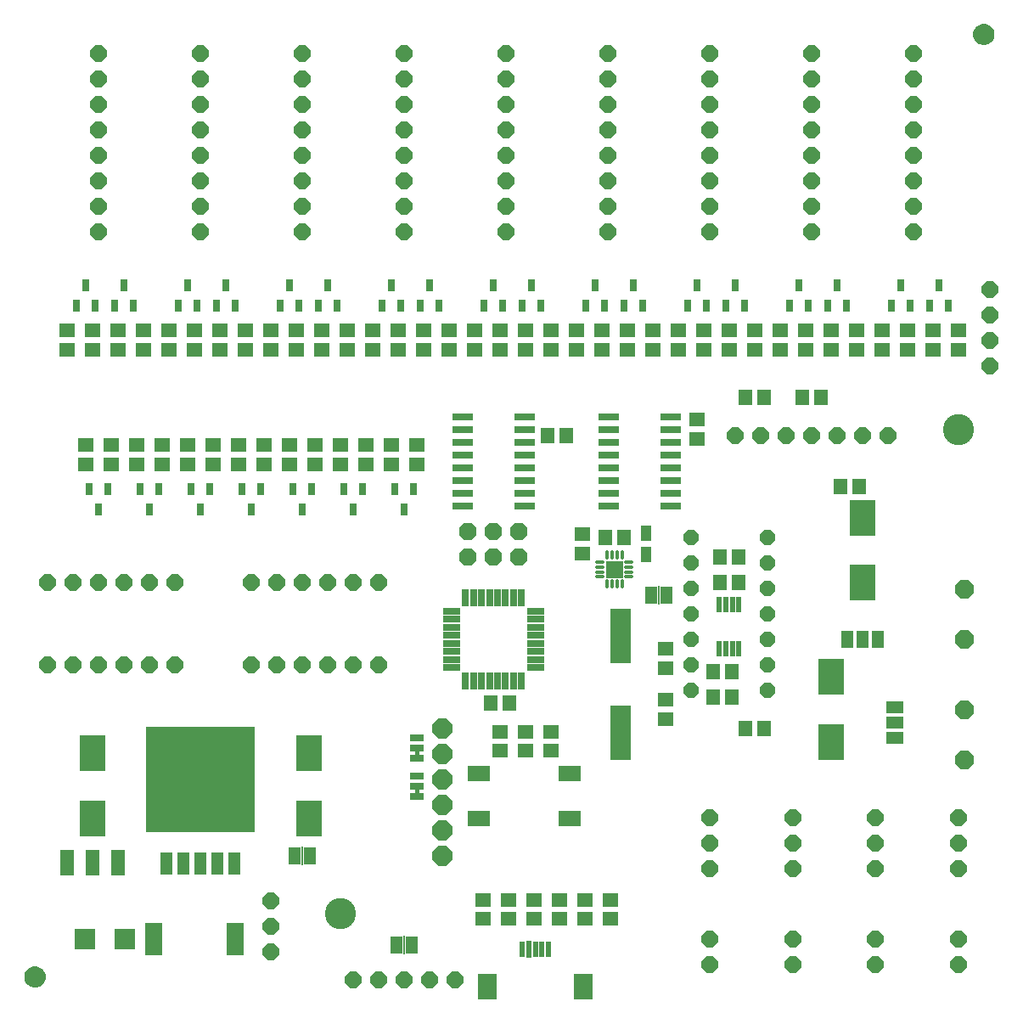
<source format=gts>
G04 EAGLE Gerber RS-274X export*
G75*
%MOMM*%
%FSLAX34Y34*%
%LPD*%
%INSoldermask Top*%
%IPPOS*%
%AMOC8*
5,1,8,0,0,1.08239X$1,22.5*%
G01*
%ADD10R,1.401600X1.601600*%
%ADD11R,1.601600X1.401600*%
%ADD12R,2.133600X0.762000*%
%ADD13P,1.759533X8X22.500000*%
%ADD14P,1.759533X8X292.500000*%
%ADD15R,2.032000X5.435600*%
%ADD16R,0.648700X1.701400*%
%ADD17R,1.701400X0.648700*%
%ADD18R,2.209800X1.498600*%
%ADD19P,1.869504X8X112.500000*%
%ADD20P,1.564054X8X202.500000*%
%ADD21P,2.048207X8X202.500000*%
%ADD22R,1.371600X2.641600*%
%ADD23R,2.101600X2.101600*%
%ADD24R,1.270000X1.701800*%
%ADD25R,0.152400X1.828800*%
%ADD26R,2.601600X3.601600*%
%ADD27R,1.701600X3.301600*%
%ADD28R,10.901600X10.511600*%
%ADD29R,1.168400X2.260600*%
%ADD30P,1.759533X8X112.500000*%
%ADD31R,1.371600X0.736600*%
%ADD32P,2.144431X8X22.500000*%
%ADD33R,1.101600X1.601600*%
%ADD34R,0.710800X1.281700*%
%ADD35C,0.365600*%
%ADD36R,1.701600X1.701600*%
%ADD37R,0.501600X1.601600*%
%ADD38R,0.501600X1.651600*%
%ADD39R,1.851600X2.501600*%
%ADD40C,3.101600*%
%ADD41R,1.701800X1.270000*%
%ADD42R,0.501600X1.525600*%

G36*
X973342Y954720D02*
X973342Y954720D01*
X973385Y954732D01*
X973451Y954739D01*
X975134Y955190D01*
X975175Y955209D01*
X975238Y955228D01*
X976818Y955965D01*
X976855Y955991D01*
X976914Y956020D01*
X978342Y957020D01*
X978373Y957052D01*
X978426Y957091D01*
X979659Y958324D01*
X979684Y958360D01*
X979730Y958408D01*
X980730Y959836D01*
X980748Y959877D01*
X980785Y959932D01*
X981522Y961512D01*
X981533Y961555D01*
X981560Y961616D01*
X982011Y963299D01*
X982013Y963331D01*
X982020Y963352D01*
X982020Y963367D01*
X982030Y963408D01*
X982182Y965145D01*
X982178Y965189D01*
X982182Y965255D01*
X982030Y966992D01*
X982018Y967035D01*
X982011Y967101D01*
X981560Y968784D01*
X981541Y968825D01*
X981522Y968888D01*
X980785Y970468D01*
X980759Y970505D01*
X980730Y970564D01*
X979730Y971992D01*
X979698Y972023D01*
X979659Y972076D01*
X978426Y973309D01*
X978390Y973334D01*
X978342Y973380D01*
X976914Y974380D01*
X976873Y974398D01*
X976818Y974435D01*
X975238Y975172D01*
X975195Y975183D01*
X975134Y975210D01*
X973451Y975661D01*
X973406Y975664D01*
X973342Y975680D01*
X971605Y975832D01*
X971561Y975828D01*
X971495Y975832D01*
X969758Y975680D01*
X969715Y975668D01*
X969649Y975661D01*
X967966Y975210D01*
X967925Y975191D01*
X967862Y975172D01*
X966282Y974435D01*
X966245Y974409D01*
X966186Y974380D01*
X964758Y973380D01*
X964727Y973348D01*
X964674Y973309D01*
X963441Y972076D01*
X963416Y972040D01*
X963370Y971992D01*
X962370Y970564D01*
X962352Y970523D01*
X962315Y970468D01*
X961578Y968888D01*
X961567Y968845D01*
X961540Y968784D01*
X961089Y967101D01*
X961086Y967056D01*
X961070Y966992D01*
X960918Y965255D01*
X960922Y965211D01*
X960918Y965145D01*
X961070Y963408D01*
X961082Y963365D01*
X961086Y963331D01*
X961086Y963315D01*
X961088Y963310D01*
X961089Y963299D01*
X961540Y961616D01*
X961559Y961575D01*
X961578Y961512D01*
X962315Y959932D01*
X962341Y959895D01*
X962370Y959836D01*
X963370Y958408D01*
X963402Y958377D01*
X963441Y958324D01*
X964674Y957091D01*
X964710Y957066D01*
X964758Y957020D01*
X966186Y956020D01*
X966227Y956002D01*
X966282Y955965D01*
X967862Y955228D01*
X967905Y955217D01*
X967966Y955190D01*
X969649Y954739D01*
X969694Y954736D01*
X969758Y954720D01*
X971495Y954568D01*
X971539Y954572D01*
X971605Y954568D01*
X973342Y954720D01*
G37*
G36*
X27192Y14920D02*
X27192Y14920D01*
X27235Y14932D01*
X27301Y14939D01*
X28984Y15390D01*
X29025Y15409D01*
X29088Y15428D01*
X30668Y16165D01*
X30705Y16191D01*
X30764Y16220D01*
X32192Y17220D01*
X32223Y17252D01*
X32276Y17291D01*
X33509Y18524D01*
X33534Y18560D01*
X33580Y18608D01*
X34580Y20036D01*
X34598Y20077D01*
X34635Y20132D01*
X35372Y21712D01*
X35383Y21755D01*
X35410Y21816D01*
X35861Y23499D01*
X35863Y23531D01*
X35870Y23552D01*
X35870Y23567D01*
X35880Y23608D01*
X36032Y25345D01*
X36028Y25389D01*
X36032Y25455D01*
X35880Y27192D01*
X35868Y27235D01*
X35861Y27301D01*
X35410Y28984D01*
X35391Y29025D01*
X35372Y29088D01*
X34635Y30668D01*
X34609Y30705D01*
X34580Y30764D01*
X33580Y32192D01*
X33548Y32223D01*
X33509Y32276D01*
X32276Y33509D01*
X32240Y33534D01*
X32192Y33580D01*
X30764Y34580D01*
X30723Y34598D01*
X30668Y34635D01*
X29088Y35372D01*
X29045Y35383D01*
X28984Y35410D01*
X27301Y35861D01*
X27256Y35864D01*
X27192Y35880D01*
X25455Y36032D01*
X25411Y36028D01*
X25345Y36032D01*
X23608Y35880D01*
X23565Y35868D01*
X23499Y35861D01*
X21816Y35410D01*
X21775Y35391D01*
X21712Y35372D01*
X20132Y34635D01*
X20095Y34609D01*
X20036Y34580D01*
X18608Y33580D01*
X18577Y33548D01*
X18524Y33509D01*
X17291Y32276D01*
X17266Y32240D01*
X17220Y32192D01*
X16220Y30764D01*
X16202Y30723D01*
X16165Y30668D01*
X15428Y29088D01*
X15417Y29045D01*
X15390Y28984D01*
X14939Y27301D01*
X14936Y27256D01*
X14920Y27192D01*
X14768Y25455D01*
X14772Y25411D01*
X14768Y25345D01*
X14920Y23608D01*
X14932Y23565D01*
X14936Y23531D01*
X14936Y23515D01*
X14938Y23510D01*
X14939Y23499D01*
X15390Y21816D01*
X15409Y21775D01*
X15428Y21712D01*
X16165Y20132D01*
X16191Y20095D01*
X16220Y20036D01*
X17220Y18608D01*
X17252Y18577D01*
X17291Y18524D01*
X18524Y17291D01*
X18560Y17266D01*
X18608Y17220D01*
X20036Y16220D01*
X20077Y16202D01*
X20132Y16165D01*
X21712Y15428D01*
X21755Y15417D01*
X21816Y15390D01*
X23499Y14939D01*
X23544Y14936D01*
X23608Y14920D01*
X25345Y14768D01*
X25389Y14772D01*
X25455Y14768D01*
X27192Y14920D01*
G37*
G36*
X407735Y246392D02*
X407735Y246392D01*
X407801Y246394D01*
X407844Y246412D01*
X407891Y246420D01*
X407948Y246454D01*
X408008Y246479D01*
X408043Y246510D01*
X408084Y246535D01*
X408126Y246586D01*
X408174Y246630D01*
X408196Y246672D01*
X408225Y246709D01*
X408246Y246771D01*
X408277Y246830D01*
X408285Y246884D01*
X408297Y246921D01*
X408296Y246961D01*
X408304Y247015D01*
X408304Y250825D01*
X408293Y250890D01*
X408291Y250956D01*
X408273Y250999D01*
X408265Y251046D01*
X408231Y251103D01*
X408206Y251163D01*
X408175Y251198D01*
X408150Y251239D01*
X408099Y251281D01*
X408055Y251329D01*
X408013Y251351D01*
X407976Y251380D01*
X407914Y251401D01*
X407855Y251432D01*
X407801Y251440D01*
X407764Y251452D01*
X407724Y251451D01*
X407670Y251459D01*
X405130Y251459D01*
X405065Y251448D01*
X404999Y251446D01*
X404956Y251428D01*
X404909Y251420D01*
X404852Y251386D01*
X404792Y251361D01*
X404757Y251330D01*
X404716Y251305D01*
X404675Y251254D01*
X404626Y251210D01*
X404604Y251168D01*
X404575Y251131D01*
X404554Y251069D01*
X404523Y251010D01*
X404515Y250956D01*
X404503Y250919D01*
X404503Y250915D01*
X404503Y250914D01*
X404504Y250879D01*
X404496Y250825D01*
X404496Y247015D01*
X404507Y246950D01*
X404509Y246884D01*
X404527Y246841D01*
X404535Y246794D01*
X404569Y246737D01*
X404594Y246677D01*
X404625Y246642D01*
X404650Y246601D01*
X404701Y246560D01*
X404745Y246511D01*
X404787Y246489D01*
X404824Y246460D01*
X404886Y246439D01*
X404945Y246408D01*
X404999Y246400D01*
X405036Y246388D01*
X405076Y246389D01*
X405130Y246381D01*
X407670Y246381D01*
X407735Y246392D01*
G37*
G36*
X407735Y208292D02*
X407735Y208292D01*
X407801Y208294D01*
X407844Y208312D01*
X407891Y208320D01*
X407948Y208354D01*
X408008Y208379D01*
X408043Y208410D01*
X408084Y208435D01*
X408126Y208486D01*
X408174Y208530D01*
X408196Y208572D01*
X408225Y208609D01*
X408246Y208671D01*
X408277Y208730D01*
X408285Y208784D01*
X408297Y208821D01*
X408296Y208861D01*
X408304Y208915D01*
X408304Y212725D01*
X408293Y212790D01*
X408291Y212856D01*
X408273Y212899D01*
X408265Y212946D01*
X408231Y213003D01*
X408206Y213063D01*
X408175Y213098D01*
X408150Y213139D01*
X408099Y213181D01*
X408055Y213229D01*
X408013Y213251D01*
X407976Y213280D01*
X407914Y213301D01*
X407855Y213332D01*
X407801Y213340D01*
X407764Y213352D01*
X407724Y213351D01*
X407670Y213359D01*
X405130Y213359D01*
X405065Y213348D01*
X404999Y213346D01*
X404956Y213328D01*
X404909Y213320D01*
X404852Y213286D01*
X404792Y213261D01*
X404757Y213230D01*
X404716Y213205D01*
X404675Y213154D01*
X404626Y213110D01*
X404604Y213068D01*
X404575Y213031D01*
X404554Y212969D01*
X404523Y212910D01*
X404515Y212856D01*
X404503Y212819D01*
X404503Y212815D01*
X404503Y212814D01*
X404504Y212779D01*
X404496Y212725D01*
X404496Y208915D01*
X404507Y208850D01*
X404509Y208784D01*
X404527Y208741D01*
X404535Y208694D01*
X404569Y208637D01*
X404594Y208577D01*
X404625Y208542D01*
X404650Y208501D01*
X404701Y208460D01*
X404745Y208411D01*
X404787Y208389D01*
X404824Y208360D01*
X404886Y208339D01*
X404945Y208308D01*
X404999Y208300D01*
X405036Y208288D01*
X405076Y208289D01*
X405130Y208281D01*
X407670Y208281D01*
X407735Y208292D01*
G37*
D10*
X536600Y565150D03*
X555600Y565150D03*
D11*
X685800Y581000D03*
X685800Y562000D03*
D12*
X451866Y584200D03*
X513334Y584200D03*
X451866Y571500D03*
X451866Y558800D03*
X513334Y571500D03*
X513334Y558800D03*
X451866Y546100D03*
X513334Y546100D03*
X451866Y533400D03*
X513334Y533400D03*
X451866Y520700D03*
X451866Y508000D03*
X513334Y520700D03*
X513334Y508000D03*
X451866Y495300D03*
X513334Y495300D03*
X597916Y584200D03*
X659384Y584200D03*
X597916Y571500D03*
X597916Y558800D03*
X659384Y571500D03*
X659384Y558800D03*
X597916Y546100D03*
X659384Y546100D03*
X597916Y533400D03*
X659384Y533400D03*
X597916Y520700D03*
X597916Y508000D03*
X659384Y520700D03*
X659384Y508000D03*
X597916Y495300D03*
X659384Y495300D03*
D13*
X88900Y895350D03*
X88900Y920750D03*
X88900Y946150D03*
X88900Y869950D03*
X88900Y844550D03*
X88900Y819150D03*
X88900Y793750D03*
X88900Y768350D03*
D14*
X114300Y419100D03*
X139700Y419100D03*
X165100Y419100D03*
X88900Y419100D03*
X63500Y419100D03*
X38100Y419100D03*
X114300Y336550D03*
X139700Y336550D03*
X165100Y336550D03*
X88900Y336550D03*
X63500Y336550D03*
X38100Y336550D03*
X317500Y419100D03*
X342900Y419100D03*
X368300Y419100D03*
X292100Y419100D03*
X266700Y419100D03*
X241300Y419100D03*
X317500Y336550D03*
X342900Y336550D03*
X368300Y336550D03*
X292100Y336550D03*
X266700Y336550D03*
X241300Y336550D03*
X825500Y565150D03*
X850900Y565150D03*
X876300Y565150D03*
X800100Y565150D03*
X774700Y565150D03*
X749300Y565150D03*
X723900Y565150D03*
D15*
X609600Y269240D03*
X609600Y365760D03*
D11*
X654050Y301600D03*
X654050Y282600D03*
X654050Y333400D03*
X654050Y352400D03*
D16*
X454600Y320137D03*
X462600Y320137D03*
X470600Y320137D03*
X478600Y320137D03*
X486600Y320137D03*
X494600Y320137D03*
X502600Y320137D03*
X510600Y320137D03*
D17*
X524413Y333950D03*
X524413Y341950D03*
X524413Y349950D03*
X524413Y357950D03*
X524413Y365950D03*
X524413Y373950D03*
X524413Y381950D03*
X524413Y389950D03*
D16*
X510600Y403763D03*
X502600Y403763D03*
X494600Y403763D03*
X486600Y403763D03*
X478600Y403763D03*
X470600Y403763D03*
X462600Y403763D03*
X454600Y403763D03*
D17*
X440787Y389950D03*
X440787Y381950D03*
X440787Y373950D03*
X440787Y365950D03*
X440787Y357950D03*
X440787Y349950D03*
X440787Y341950D03*
X440787Y333950D03*
D11*
X539750Y269850D03*
X539750Y250850D03*
X488950Y250850D03*
X488950Y269850D03*
X514350Y250850D03*
X514350Y269850D03*
X203200Y555600D03*
X203200Y536600D03*
X177800Y555600D03*
X177800Y536600D03*
X152400Y555600D03*
X152400Y536600D03*
X127000Y555600D03*
X127000Y536600D03*
X101600Y555600D03*
X101600Y536600D03*
X76200Y555600D03*
X76200Y536600D03*
X406400Y555600D03*
X406400Y536600D03*
X381000Y555600D03*
X381000Y536600D03*
X355600Y555600D03*
X355600Y536600D03*
X330200Y555600D03*
X330200Y536600D03*
X254000Y555600D03*
X254000Y536600D03*
X228600Y555600D03*
X228600Y536600D03*
X304800Y555600D03*
X304800Y536600D03*
X279400Y555600D03*
X279400Y536600D03*
X82550Y650900D03*
X82550Y669900D03*
X57150Y650900D03*
X57150Y669900D03*
X107950Y650900D03*
X107950Y669900D03*
X133350Y650900D03*
X133350Y669900D03*
X184150Y650900D03*
X184150Y669900D03*
X158750Y650900D03*
X158750Y669900D03*
X209550Y650900D03*
X209550Y669900D03*
X234950Y650900D03*
X234950Y669900D03*
X285750Y650900D03*
X285750Y669900D03*
X260350Y650900D03*
X260350Y669900D03*
X311150Y650900D03*
X311150Y669900D03*
X336550Y650900D03*
X336550Y669900D03*
X387350Y650900D03*
X387350Y669900D03*
X361950Y650900D03*
X361950Y669900D03*
X412750Y650900D03*
X412750Y669900D03*
X438150Y650900D03*
X438150Y669900D03*
X488950Y650900D03*
X488950Y669900D03*
X463550Y650900D03*
X463550Y669900D03*
X514350Y650900D03*
X514350Y669900D03*
X539750Y650900D03*
X539750Y669900D03*
X590550Y650900D03*
X590550Y669900D03*
X565150Y650900D03*
X565150Y669900D03*
X615950Y650900D03*
X615950Y669900D03*
X641350Y650900D03*
X641350Y669900D03*
X692150Y650900D03*
X692150Y669900D03*
X666750Y650900D03*
X666750Y669900D03*
X717550Y650900D03*
X717550Y669900D03*
X742950Y650900D03*
X742950Y669900D03*
X793750Y650900D03*
X793750Y669900D03*
X768350Y650900D03*
X768350Y669900D03*
X819150Y650900D03*
X819150Y669900D03*
X844550Y650900D03*
X844550Y669900D03*
X895350Y650900D03*
X895350Y669900D03*
X869950Y650900D03*
X869950Y669900D03*
X920750Y650900D03*
X920750Y669900D03*
X946150Y650900D03*
X946150Y669900D03*
D18*
X558800Y228600D03*
X467614Y228600D03*
X558800Y183642D03*
X467614Y183642D03*
D19*
X482600Y444500D03*
X482600Y469900D03*
X457200Y469900D03*
X457200Y444500D03*
X508000Y444500D03*
X508000Y469900D03*
D20*
X755650Y311150D03*
X755650Y336550D03*
X755650Y361950D03*
X755650Y387350D03*
X755650Y412750D03*
X755650Y438150D03*
X755650Y463550D03*
X679450Y463550D03*
X679450Y438150D03*
X679450Y412750D03*
X679450Y387350D03*
X679450Y361950D03*
X679450Y336550D03*
X679450Y311150D03*
D10*
X752450Y273050D03*
X733450Y273050D03*
X828700Y514350D03*
X847700Y514350D03*
X790600Y603250D03*
X809600Y603250D03*
X733450Y603250D03*
X752450Y603250D03*
D13*
X190500Y895350D03*
X190500Y920750D03*
X190500Y946150D03*
X190500Y869950D03*
X190500Y844550D03*
X190500Y819150D03*
X190500Y793750D03*
X190500Y768350D03*
X292100Y895350D03*
X292100Y920750D03*
X292100Y946150D03*
X292100Y869950D03*
X292100Y844550D03*
X292100Y819150D03*
X292100Y793750D03*
X292100Y768350D03*
X393700Y895350D03*
X393700Y920750D03*
X393700Y946150D03*
X393700Y869950D03*
X393700Y844550D03*
X393700Y819150D03*
X393700Y793750D03*
X393700Y768350D03*
X495300Y895350D03*
X495300Y920750D03*
X495300Y946150D03*
X495300Y869950D03*
X495300Y844550D03*
X495300Y819150D03*
X495300Y793750D03*
X495300Y768350D03*
X596900Y895350D03*
X596900Y920750D03*
X596900Y946150D03*
X596900Y869950D03*
X596900Y844550D03*
X596900Y819150D03*
X596900Y793750D03*
X596900Y768350D03*
X698500Y895350D03*
X698500Y920750D03*
X698500Y946150D03*
X698500Y869950D03*
X698500Y844550D03*
X698500Y819150D03*
X698500Y793750D03*
X698500Y768350D03*
X800100Y895350D03*
X800100Y920750D03*
X800100Y946150D03*
X800100Y869950D03*
X800100Y844550D03*
X800100Y819150D03*
X800100Y793750D03*
X800100Y768350D03*
X901700Y895350D03*
X901700Y920750D03*
X901700Y946150D03*
X901700Y869950D03*
X901700Y844550D03*
X901700Y819150D03*
X901700Y793750D03*
X901700Y768350D03*
D10*
X612750Y463550D03*
X593750Y463550D03*
X498450Y298450D03*
X479450Y298450D03*
D21*
X952500Y362350D03*
X952500Y412350D03*
X952500Y241700D03*
X952500Y291700D03*
D22*
X57150Y139700D03*
X82550Y139700D03*
X107950Y139700D03*
D23*
X115250Y63500D03*
X75250Y63500D03*
D24*
X299720Y146050D03*
X284480Y146050D03*
D25*
X292100Y146050D03*
D26*
X298450Y183400D03*
X298450Y248400D03*
X82550Y183400D03*
X82550Y248400D03*
D27*
X143650Y63500D03*
X224650Y63500D03*
D28*
X190500Y222250D03*
D29*
X156464Y138938D03*
X173482Y138938D03*
X190500Y138938D03*
X207518Y138938D03*
X224536Y138938D03*
D13*
X260350Y101600D03*
X260350Y76200D03*
X260350Y50800D03*
X946150Y38100D03*
X946150Y63500D03*
X863600Y38100D03*
X863600Y63500D03*
X781050Y38100D03*
X781050Y63500D03*
X698500Y38100D03*
X698500Y63500D03*
X946150Y133350D03*
X946150Y158750D03*
X946150Y184150D03*
X863600Y133350D03*
X863600Y158750D03*
X863600Y184150D03*
X781050Y133350D03*
X781050Y158750D03*
X781050Y184150D03*
X698500Y133350D03*
X698500Y158750D03*
X698500Y184150D03*
D30*
X342900Y22860D03*
X368300Y22860D03*
X393700Y22860D03*
X419100Y22860D03*
X444500Y22860D03*
D24*
X401320Y57150D03*
X386080Y57150D03*
D25*
X393700Y57150D03*
D11*
X548640Y83210D03*
X548640Y102210D03*
X599440Y102210D03*
X599440Y83210D03*
X574040Y102210D03*
X574040Y83210D03*
X523240Y83210D03*
X523240Y102210D03*
X472440Y102210D03*
X472440Y83210D03*
X497840Y83210D03*
X497840Y102210D03*
D31*
X406400Y264160D03*
X406400Y254000D03*
X406400Y243840D03*
X406400Y226060D03*
X406400Y215900D03*
X406400Y205740D03*
D13*
X977900Y711200D03*
X977900Y685800D03*
X977900Y660400D03*
X977900Y635000D03*
D32*
X431800Y273050D03*
X431800Y247650D03*
X431800Y222250D03*
X431800Y196850D03*
X431800Y171450D03*
X431800Y146050D03*
D11*
X571500Y447700D03*
X571500Y466700D03*
D10*
X727050Y419100D03*
X708050Y419100D03*
X727050Y444500D03*
X708050Y444500D03*
X720700Y330200D03*
X701700Y330200D03*
X720700Y304800D03*
X701700Y304800D03*
D33*
X635000Y467725D03*
X635000Y446675D03*
D26*
X819150Y259600D03*
X819150Y324600D03*
X850900Y483350D03*
X850900Y418350D03*
D34*
X66700Y694605D03*
X85700Y694605D03*
X76200Y715095D03*
X168300Y694605D03*
X187300Y694605D03*
X177800Y715095D03*
X269900Y694605D03*
X288900Y694605D03*
X279400Y715095D03*
X574700Y694605D03*
X593700Y694605D03*
X584200Y715095D03*
X473100Y694605D03*
X492100Y694605D03*
X482600Y715095D03*
X371500Y694605D03*
X390500Y694605D03*
X381000Y715095D03*
X676300Y694605D03*
X695300Y694605D03*
X685800Y715095D03*
X777900Y694605D03*
X796900Y694605D03*
X787400Y715095D03*
X879500Y694605D03*
X898500Y694605D03*
X889000Y715095D03*
X352400Y511895D03*
X333400Y511895D03*
X342900Y491405D03*
X403200Y511895D03*
X384200Y511895D03*
X393700Y491405D03*
X98400Y511895D03*
X79400Y511895D03*
X88900Y491405D03*
X149200Y511895D03*
X130200Y511895D03*
X139700Y491405D03*
X200000Y511895D03*
X181000Y511895D03*
X190500Y491405D03*
X250800Y511895D03*
X231800Y511895D03*
X241300Y491405D03*
X301600Y511895D03*
X282600Y511895D03*
X292100Y491405D03*
X206400Y694605D03*
X225400Y694605D03*
X215900Y715095D03*
X308000Y694605D03*
X327000Y694605D03*
X317500Y715095D03*
X409600Y694605D03*
X428600Y694605D03*
X419100Y715095D03*
X511200Y694605D03*
X530200Y694605D03*
X520700Y715095D03*
X612800Y694605D03*
X631800Y694605D03*
X622300Y715095D03*
X714400Y694605D03*
X733400Y694605D03*
X723900Y715095D03*
X816000Y694605D03*
X835000Y694605D03*
X825500Y715095D03*
X917600Y694605D03*
X936600Y694605D03*
X927100Y715095D03*
D35*
X620576Y424300D02*
X614616Y424300D01*
X614616Y429300D02*
X620576Y429300D01*
X620576Y434300D02*
X614616Y434300D01*
X614616Y439300D02*
X620576Y439300D01*
X610750Y443166D02*
X610750Y449126D01*
X605750Y449126D02*
X605750Y443166D01*
X600750Y443166D02*
X600750Y449126D01*
X595750Y449126D02*
X595750Y443166D01*
X591884Y439300D02*
X585924Y439300D01*
X585924Y434300D02*
X591884Y434300D01*
X591884Y429300D02*
X585924Y429300D01*
X585924Y424300D02*
X591884Y424300D01*
X595750Y420434D02*
X595750Y414474D01*
X600750Y414474D02*
X600750Y420434D01*
X605750Y420434D02*
X605750Y414474D01*
X610750Y414474D02*
X610750Y420434D01*
D36*
X603250Y431800D03*
D34*
X104800Y694605D03*
X123800Y694605D03*
X114300Y715095D03*
D37*
X537510Y53340D03*
X511510Y53340D03*
D38*
X518010Y53340D03*
D37*
X524510Y53340D03*
X531010Y53340D03*
D39*
X476810Y15340D03*
X572210Y15340D03*
D40*
X946150Y571500D03*
X330200Y88900D03*
D24*
X835660Y361950D03*
X850900Y361950D03*
X866140Y361950D03*
D41*
X882650Y264160D03*
X882650Y279400D03*
X882650Y294640D03*
D42*
X727300Y396842D03*
X720800Y396842D03*
X714300Y396842D03*
X707800Y396842D03*
X707800Y352458D03*
X714300Y352458D03*
X720800Y352458D03*
X727300Y352458D03*
D24*
X655320Y406400D03*
X640080Y406400D03*
D25*
X647700Y406400D03*
M02*

</source>
